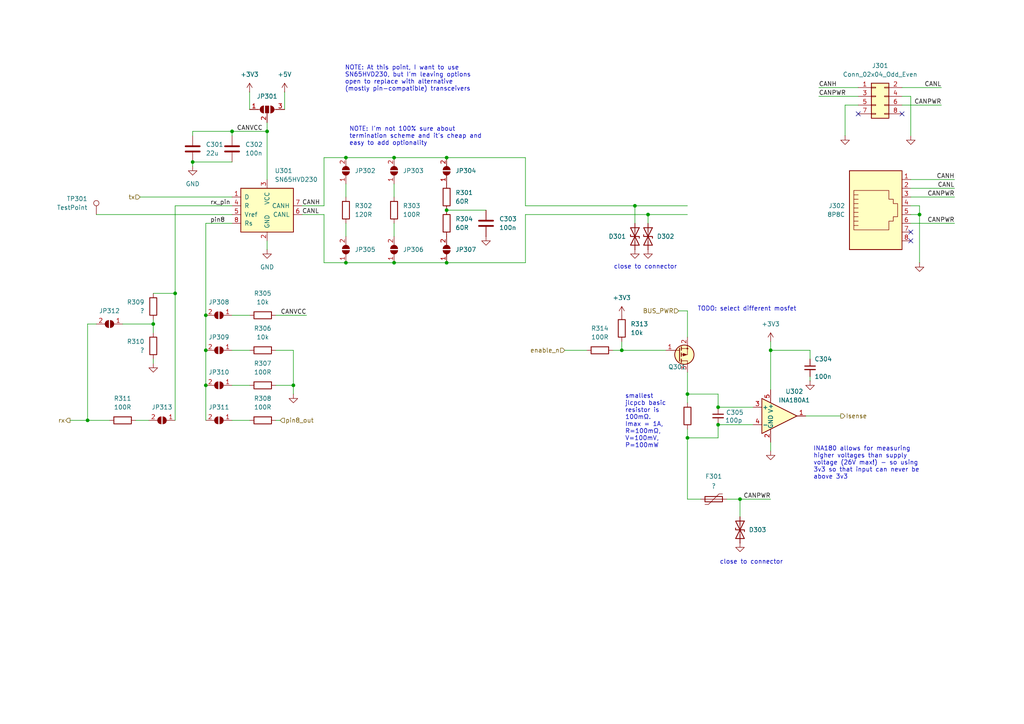
<source format=kicad_sch>
(kicad_sch (version 20231120) (generator "eeschema") (generator_version "8.0")
  (paper "A4")
  (lib_symbols
    (symbol "Amplifier_Current:INA180A1" (pin_names (offset 0.127))
      (property "Reference" "U" (at 3.81 3.81 0))
      (property "Value" "INA180A1" (at 3.81 -2.54 0))
      (symbol "INA180A1_0_1"
        (polyline (pts (xy 5.08 0) (xy -5.08 5.08) (xy -5.08 -5.08) (xy 5.08 0)) (stroke (width 0.254)) (fill (type background)))
      )
      (symbol "INA180A1_1_1"
        (pin output line (at 7.62 0 180) (length 2.54) (name "~") (number "1"))
        (pin power_in line (at -2.54 -7.62 90) (length 3.81) (name "GND") (number "2"))
        (pin input line (at -7.62 2.54 0) (length 2.54) (name "+") (number "3"))
        (pin input line (at -7.62 -2.54 0) (length 2.54) (name "-") (number "4"))
        (pin power_in line (at -2.54 7.62 270) (length 3.81) (name "V+") (number "5"))
      )
    )
    (symbol "Connector:8P8C" (pin_names (offset 1.016))
      (property "Reference" "J" (at -5.08 13.97 0))
      (property "Value" "8P8C" (at 2.54 13.97 0))
      (symbol "8P8C_0_1"
        (polyline (pts (xy -5.08 4.445) (xy -6.35 4.445)))
        (polyline (pts (xy -5.08 5.715) (xy -6.35 5.715)))
        (polyline (pts (xy -6.35 -3.175) (xy -5.08 -3.175) (xy -5.08 -3.175)))
        (polyline (pts (xy -6.35 -1.905) (xy -5.08 -1.905) (xy -5.08 -1.905)))
        (polyline (pts (xy -6.35 -0.635) (xy -5.08 -0.635) (xy -5.08 -0.635)))
        (polyline (pts (xy -6.35 0.635) (xy -5.08 0.635) (xy -5.08 0.635)))
        (polyline (pts (xy -6.35 1.905) (xy -5.08 1.905) (xy -5.08 1.905)))
        (polyline (pts (xy -5.08 3.175) (xy -6.35 3.175) (xy -6.35 3.175)))
        (polyline (pts (xy -6.35 -4.445) (xy -6.35 6.985) (xy 3.81 6.985) (xy 3.81 4.445) (xy 5.08 4.445) (xy 5.08 3.175) (xy 6.35 3.175) (xy 6.35 -0.635) (xy 5.08 -0.635) (xy 5.08 -1.905) (xy 3.81 -1.905) (xy 3.81 -4.445) (xy -6.35 -4.445) (xy -6.35 -4.445)))
        (rectangle (start 7.62 12.7) (end -7.62 -10.16) (stroke (width 0.254)) (fill (type background)))
      )
      (symbol "8P8C_1_1"
        (pin passive line (at 10.16 -7.62 180) (length 2.54) (name "~") (number "1"))
        (pin passive line (at 10.16 -5.08 180) (length 2.54) (name "~") (number "2"))
        (pin passive line (at 10.16 -2.54 180) (length 2.54) (name "~") (number "3"))
        (pin passive line (at 10.16 0 180) (length 2.54) (name "~") (number "4"))
        (pin passive line (at 10.16 2.54 180) (length 2.54) (name "~") (number "5"))
        (pin passive line (at 10.16 5.08 180) (length 2.54) (name "~") (number "6"))
        (pin passive line (at 10.16 7.62 180) (length 2.54) (name "~") (number "7"))
        (pin passive line (at 10.16 10.16 180) (length 2.54) (name "~") (number "8"))
      )
    )
    (symbol "Connector:TestPoint" (pin_numbers hide) (pin_names (offset 0.762) hide)
      (property "Reference" "TP" (at 0 6.858 0))
      (property "Value" "TestPoint" (at 0 5.08 0))
      (symbol "TestPoint_0_1"
        (circle (center 0 3.302) (radius 0.762))
      )
      (symbol "TestPoint_1_1"
        (pin passive line (at 0 0 90) (length 2.54) (name "1") (number "1"))
      )
    )
    (symbol "Connector_Generic:Conn_02x04_Odd_Even" (pin_names (offset 1.016) hide)
      (property "Reference" "J" (at 1.27 5.08 0))
      (property "Value" "Conn_02x04_Odd_Even" (at 1.27 -7.62 0))
      (symbol "Conn_02x04_Odd_Even_1_1"
        (rectangle (start -1.27 -4.953) (end 0 -5.207) (stroke (width 0.1524)))
        (rectangle (start -1.27 -2.413) (end 0 -2.667) (stroke (width 0.1524)))
        (rectangle (start -1.27 0.127) (end 0 -0.127) (stroke (width 0.1524)))
        (rectangle (start -1.27 2.667) (end 0 2.413) (stroke (width 0.1524)))
        (rectangle (start -1.27 3.81) (end 3.81 -6.35) (stroke (width 0.254)) (fill (type background)))
        (rectangle (start 3.81 -4.953) (end 2.54 -5.207) (stroke (width 0.1524)))
        (rectangle (start 3.81 -2.413) (end 2.54 -2.667) (stroke (width 0.1524)))
        (rectangle (start 3.81 0.127) (end 2.54 -0.127) (stroke (width 0.1524)))
        (rectangle (start 3.81 2.667) (end 2.54 2.413) (stroke (width 0.1524)))
        (pin passive line (at -5.08 2.54 0) (length 3.81) (name "Pin_1") (number "1"))
        (pin passive line (at 7.62 2.54 180) (length 3.81) (name "Pin_2") (number "2"))
        (pin passive line (at -5.08 0 0) (length 3.81) (name "Pin_3") (number "3"))
        (pin passive line (at 7.62 0 180) (length 3.81) (name "Pin_4") (number "4"))
        (pin passive line (at -5.08 -2.54 0) (length 3.81) (name "Pin_5") (number "5"))
        (pin passive line (at 7.62 -2.54 180) (length 3.81) (name "Pin_6") (number "6"))
        (pin passive line (at -5.08 -5.08 0) (length 3.81) (name "Pin_7") (number "7"))
        (pin passive line (at 7.62 -5.08 180) (length 3.81) (name "Pin_8") (number "8"))
      )
    )
    (symbol "Device:C" (pin_numbers hide) (pin_names (offset 0.254))
      (property "Reference" "C" (at 0.635 2.54 0))
      (property "Value" "C" (at 0.635 -2.54 0))
      (symbol "C_0_1"
        (polyline (pts (xy -2.032 -0.762) (xy 2.032 -0.762)) (stroke (width 0.508)))
        (polyline (pts (xy -2.032 0.762) (xy 2.032 0.762)) (stroke (width 0.508)))
      )
      (symbol "C_1_1"
        (pin passive line (at 0 3.81 270) (length 2.794) (name "~") (number "1"))
        (pin passive line (at 0 -3.81 90) (length 2.794) (name "~") (number "2"))
      )
    )
    (symbol "Device:C_Small" (pin_numbers hide) (pin_names (offset 0.254) hide)
      (property "Reference" "C" (at 0.254 1.778 0))
      (property "Value" "C_Small" (at 0.254 -2.032 0))
      (symbol "C_Small_0_1"
        (polyline (pts (xy -1.524 -0.508) (xy 1.524 -0.508)) (stroke (width 0.3302)))
        (polyline (pts (xy -1.524 0.508) (xy 1.524 0.508)) (stroke (width 0.3048)))
      )
      (symbol "C_Small_1_1"
        (pin passive line (at 0 2.54 270) (length 2.032) (name "~") (number "1"))
        (pin passive line (at 0 -2.54 90) (length 2.032) (name "~") (number "2"))
      )
    )
    (symbol "Device:D_TVS" (pin_numbers hide) (pin_names (offset 1.016) hide)
      (property "Reference" "D" (at 0 2.54 0))
      (property "Value" "D_TVS" (at 0 -2.54 0))
      (symbol "D_TVS_0_1"
        (polyline (pts (xy 1.27 0) (xy -1.27 0)))
        (polyline (pts (xy 0.508 1.27) (xy 0 1.27) (xy 0 -1.27) (xy -0.508 -1.27)) (stroke (width 0.254)))
        (polyline (pts (xy -2.54 1.27) (xy -2.54 -1.27) (xy 2.54 1.27) (xy 2.54 -1.27) (xy -2.54 1.27)) (stroke (width 0.254)))
      )
      (symbol "D_TVS_1_1"
        (pin passive line (at -3.81 0 0) (length 2.54) (name "A1") (number "1"))
        (pin passive line (at 3.81 0 180) (length 2.54) (name "A2") (number "2"))
      )
    )
    (symbol "Device:Polyfuse" (pin_numbers hide) (pin_names (offset 0))
      (property "Reference" "F" (at -2.54 0 90))
      (property "Value" "Polyfuse" (at 2.54 0 90))
      (symbol "Polyfuse_0_1"
        (rectangle (start -0.762 2.54) (end 0.762 -2.54) (stroke (width 0.254)))
        (polyline (pts (xy 0 2.54) (xy 0 -2.54)))
        (polyline (pts (xy -1.524 2.54) (xy -1.524 1.524) (xy 1.524 -1.524) (xy 1.524 -2.54)))
      )
      (symbol "Polyfuse_1_1"
        (pin passive line (at 0 3.81 270) (length 1.27) (name "~") (number "1"))
        (pin passive line (at 0 -3.81 90) (length 1.27) (name "~") (number "2"))
      )
    )
    (symbol "Device:R" (pin_numbers hide) (pin_names (offset 0))
      (property "Reference" "R" (at 2.032 0 90))
      (property "Value" "R" (at 0 0 90))
      (symbol "R_0_1"
        (rectangle (start -1.016 -2.54) (end 1.016 2.54) (stroke (width 0.254)))
      )
      (symbol "R_1_1"
        (pin passive line (at 0 3.81 270) (length 1.27) (name "~") (number "1"))
        (pin passive line (at 0 -3.81 90) (length 1.27) (name "~") (number "2"))
      )
    )
    (symbol "Interface_CAN_LIN:SN65HVD230" (pin_names (offset 1.016))
      (property "Reference" "U" (at -2.54 10.16 0))
      (property "Value" "SN65HVD230" (at -2.54 7.62 0))
      (symbol "SN65HVD230_0_1"
        (rectangle (start -7.62 5.08) (end 7.62 -7.62) (stroke (width 0.254)) (fill (type background)))
      )
      (symbol "SN65HVD230_1_1"
        (pin input line (at -10.16 2.54 0) (length 2.54) (name "D") (number "1"))
        (pin power_in line (at 0 -10.16 90) (length 2.54) (name "GND") (number "2"))
        (pin power_in line (at 0 7.62 270) (length 2.54) (name "VCC") (number "3"))
        (pin output line (at -10.16 0 0) (length 2.54) (name "R") (number "4"))
        (pin output line (at -10.16 -2.54 0) (length 2.54) (name "Vref") (number "5"))
        (pin bidirectional line (at 10.16 -2.54 180) (length 2.54) (name "CANL") (number "6"))
        (pin bidirectional line (at 10.16 0 180) (length 2.54) (name "CANH") (number "7"))
        (pin input line (at -10.16 -5.08 0) (length 2.54) (name "Rs") (number "8"))
      )
    )
    (symbol "Jumper:SolderJumper_2_Open" (pin_names (offset 0) hide)
      (property "Reference" "JP" (at 0 2.032 0))
      (property "Value" "SolderJumper_2_Open" (at 0 -2.54 0))
      (symbol "SolderJumper_2_Open_0_1"
        (arc (start -0.254 1.016) (mid -1.2656 0) (end -0.254 -1.016))
        (arc (start -0.254 1.016) (mid -1.2656 0) (end -0.254 -1.016) (fill (type outline)))
        (polyline (pts (xy -0.254 1.016) (xy -0.254 -1.016)))
        (polyline (pts (xy 0.254 1.016) (xy 0.254 -1.016)))
        (arc (start 0.254 -1.016) (mid 1.2656 0) (end 0.254 1.016))
        (arc (start 0.254 -1.016) (mid 1.2656 0) (end 0.254 1.016) (fill (type outline)))
      )
      (symbol "SolderJumper_2_Open_1_1"
        (pin passive line (at -3.81 0 0) (length 2.54) (name "A") (number "1"))
        (pin passive line (at 3.81 0 180) (length 2.54) (name "B") (number "2"))
      )
    )
    (symbol "Jumper:SolderJumper_3_Open" (pin_names (offset 0) hide)
      (property "Reference" "JP" (at -2.54 -2.54 0))
      (property "Value" "SolderJumper_3_Open" (at 0 2.794 0))
      (symbol "SolderJumper_3_Open_0_1"
        (arc (start -1.016 1.016) (mid -2.0276 0) (end -1.016 -1.016))
        (arc (start -1.016 1.016) (mid -2.0276 0) (end -1.016 -1.016) (fill (type outline)))
        (rectangle (start -0.508 1.016) (end 0.508 -1.016) (fill (type outline)))
        (polyline (pts (xy -2.54 0) (xy -2.032 0)))
        (polyline (pts (xy -1.016 1.016) (xy -1.016 -1.016)))
        (polyline (pts (xy 0 -1.27) (xy 0 -1.016)))
        (polyline (pts (xy 1.016 1.016) (xy 1.016 -1.016)))
        (polyline (pts (xy 2.54 0) (xy 2.032 0)))
        (arc (start 1.016 -1.016) (mid 2.0276 0) (end 1.016 1.016))
        (arc (start 1.016 -1.016) (mid 2.0276 0) (end 1.016 1.016) (fill (type outline)))
      )
      (symbol "SolderJumper_3_Open_1_1"
        (pin passive line (at -5.08 0 0) (length 2.54) (name "A") (number "1"))
        (pin passive line (at 0 -3.81 90) (length 2.54) (name "C") (number "2"))
        (pin passive line (at 5.08 0 180) (length 2.54) (name "B") (number "3"))
      )
    )
    (symbol "PCM_Transistor_MOSFET_AKL:Q_PMOS-E_Generic_GSD" (pin_names hide)
      (property "Reference" "Q" (at 5.08 1.27 0))
      (property "Value" "Q_PMOS-E_Generic_GSD" (at 5.08 -1.27 0))
      (symbol "Q_PMOS-E_Generic_GSD_0_1"
        (polyline (pts (xy 0.254 -1.905) (xy 0.254 1.905)) (stroke (width 0.254)))
        (polyline (pts (xy 0.254 1.27) (xy -2.54 1.27)))
        (polyline (pts (xy 0.762 -2.286) (xy 0.762 -1.27)) (stroke (width 0.254)))
        (polyline (pts (xy 0.762 -1.778) (xy 2.54 -1.778)))
        (polyline (pts (xy 0.762 -0.508) (xy 0.762 0.508)) (stroke (width 0.254)))
        (polyline (pts (xy 0.762 1.27) (xy 0.762 2.286)) (stroke (width 0.254)))
        (polyline (pts (xy 0.762 1.778) (xy 2.54 1.778)))
        (polyline (pts (xy 2.54 -2.54) (xy 2.54 -1.778)))
        (polyline (pts (xy 2.54 2.54) (xy 2.54 0) (xy 0.762 0)))
        (polyline (pts (xy 2.286 0) (xy 1.27 -0.381) (xy 1.27 0.381) (xy 2.286 0)) (fill (type outline)))
      )
      (symbol "Q_PMOS-E_Generic_GSD_1_1"
        (circle (center 1.651 0) (radius 2.794) (stroke (width 0.254)) (fill (type background)))
        (circle (center 2.54 1.778) (radius 0.1778) (fill (type outline)))
        (pin input line (at -3.81 1.27 0) (length 2.54) (name "G") (number "1"))
        (pin passive line (at 2.54 5.08 270) (length 2.54) (name "S") (number "2"))
        (pin passive line (at 2.54 -5.08 90) (length 2.54) (name "D") (number "3"))
      )
    )
    (symbol "power:+3V3" (power) (pin_numbers hide) (pin_names (offset 0) hide)
      (property "Value" "+3V3" (at 0 3.556 0))
      (symbol "+3V3_0_1"
        (polyline (pts (xy -0.762 1.27) (xy 0 2.54)))
        (polyline (pts (xy 0 0) (xy 0 2.54)))
        (polyline (pts (xy 0 2.54) (xy 0.762 1.27)))
      )
      (symbol "+3V3_1_1"
        (pin power_in line (at 0 0 90) (length 0) (name "~") (number "1"))
      )
    )
    (symbol "power:+5V" (power) (pin_numbers hide) (pin_names (offset 0) hide)
      (property "Value" "+5V" (at 0 3.556 0))
      (symbol "+5V_0_1"
        (polyline (pts (xy -0.762 1.27) (xy 0 2.54)))
        (polyline (pts (xy 0 0) (xy 0 2.54)))
        (polyline (pts (xy 0 2.54) (xy 0.762 1.27)))
      )
      (symbol "+5V_1_1"
        (pin power_in line (at 0 0 90) (length 0) (name "~") (number "1"))
      )
    )
    (symbol "power:GND" (power) (pin_numbers hide) (pin_names (offset 0) hide)
      (property "Value" "GND" (at 0 -3.81 0))
      (symbol "GND_0_1"
        (polyline (pts (xy 0 0) (xy 0 -1.27) (xy 1.27 -1.27) (xy 0 -2.54) (xy -1.27 -1.27) (xy 0 -1.27)))
      )
      (symbol "GND_1_1"
        (pin power_in line (at 0 0 270) (length 0) (name "~") (number "1"))
      )
    )
  )
  (junction (at 59.69 91.44))
  (junction (at 59.69 111.76))
  (junction (at 214.63 144.78))
  (junction (at 129.54 45.72))
  (junction (at 85.09 111.76))
  (junction (at 208.28 123.19))
  (junction (at 59.69 101.6))
  (junction (at 184.15 59.69))
  (junction (at 199.39 127))
  (junction (at 77.47 38.1))
  (junction (at 114.3 76.2))
  (junction (at 50.8 85.09))
  (junction (at 208.28 118.11))
  (junction (at 180.34 101.6))
  (junction (at 266.7 62.23))
  (junction (at 67.31 38.1))
  (junction (at 114.3 45.72))
  (junction (at 223.52 101.6))
  (junction (at 55.88 46.99))
  (junction (at 25.4 121.92))
  (junction (at 199.39 114.3))
  (junction (at 44.45 93.98))
  (junction (at 129.54 76.2))
  (junction (at 187.96 62.23))
  (junction (at 100.33 76.2))
  (junction (at 129.54 60.96))
  (junction (at 100.33 45.72))
  (no_connect (at 264.16 67.31))
  (no_connect (at 261.62 33.02))
  (no_connect (at 264.16 69.85))
  (no_connect (at 248.92 33.02))
  (wire (pts (xy 152.4 59.69) (xy 184.15 59.69)))
  (wire (pts (xy 223.52 99.06) (xy 223.52 101.6)))
  (wire (pts (xy 163.83 101.6) (xy 170.18 101.6)))
  (wire (pts (xy 180.34 101.6) (xy 193.04 101.6)))
  (wire (pts (xy 40.64 57.15) (xy 67.31 57.15)))
  (wire (pts (xy 77.47 35.56) (xy 77.47 38.1)))
  (wire (pts (xy 223.52 130.81) (xy 223.52 128.27)))
  (wire (pts (xy 208.28 127) (xy 208.28 123.19)))
  (wire (pts (xy 273.05 30.48) (xy 261.62 30.48)))
  (wire (pts (xy 67.31 111.76) (xy 72.39 111.76)))
  (wire (pts (xy 100.33 45.72) (xy 114.3 45.72)))
  (wire (pts (xy 234.95 101.6) (xy 223.52 101.6)))
  (wire (pts (xy 237.49 25.4) (xy 248.92 25.4)))
  (wire (pts (xy 214.63 149.86) (xy 214.63 144.78)))
  (wire (pts (xy 152.4 45.72) (xy 152.4 59.69)))
  (wire (pts (xy 199.39 90.17) (xy 199.39 97.79)))
  (wire (pts (xy 234.95 104.14) (xy 234.95 101.6)))
  (wire (pts (xy 39.37 121.92) (xy 43.18 121.92)))
  (wire (pts (xy 129.54 60.96) (xy 140.97 60.96)))
  (wire (pts (xy 27.94 93.98) (xy 25.4 93.98)))
  (wire (pts (xy 67.31 64.77) (xy 59.69 64.77)))
  (wire (pts (xy 44.45 93.98) (xy 35.56 93.98)))
  (wire (pts (xy 25.4 121.92) (xy 31.75 121.92)))
  (wire (pts (xy 25.4 93.98) (xy 25.4 121.92)))
  (wire (pts (xy 264.16 59.69) (xy 266.7 59.69)))
  (wire (pts (xy 114.3 64.77) (xy 114.3 68.58)))
  (wire (pts (xy 59.69 101.6) (xy 59.69 111.76)))
  (wire (pts (xy 266.7 62.23) (xy 266.7 76.2)))
  (wire (pts (xy 203.2 144.78) (xy 199.39 144.78)))
  (wire (pts (xy 223.52 144.78) (xy 214.63 144.78)))
  (wire (pts (xy 114.3 53.34) (xy 114.3 57.15)))
  (wire (pts (xy 264.16 62.23) (xy 266.7 62.23)))
  (wire (pts (xy 59.69 64.77) (xy 59.69 91.44)))
  (wire (pts (xy 80.01 91.44) (xy 88.9 91.44)))
  (wire (pts (xy 100.33 64.77) (xy 100.33 68.58)))
  (wire (pts (xy 85.09 101.6) (xy 85.09 111.76)))
  (wire (pts (xy 44.45 85.09) (xy 50.8 85.09)))
  (wire (pts (xy 44.45 93.98) (xy 44.45 96.52)))
  (wire (pts (xy 114.3 45.72) (xy 129.54 45.72)))
  (wire (pts (xy 199.39 127) (xy 199.39 144.78)))
  (wire (pts (xy 218.44 118.11) (xy 208.28 118.11)))
  (wire (pts (xy 264.16 57.15) (xy 276.86 57.15)))
  (wire (pts (xy 93.98 76.2) (xy 93.98 62.23)))
  (wire (pts (xy 93.98 59.69) (xy 93.98 45.72)))
  (wire (pts (xy 196.85 90.17) (xy 199.39 90.17)))
  (wire (pts (xy 129.54 45.72) (xy 152.4 45.72)))
  (wire (pts (xy 261.62 27.94) (xy 264.16 27.94)))
  (wire (pts (xy 208.28 123.19) (xy 218.44 123.19)))
  (wire (pts (xy 199.39 114.3) (xy 208.28 114.3)))
  (wire (pts (xy 264.16 27.94) (xy 264.16 39.37)))
  (wire (pts (xy 266.7 59.69) (xy 266.7 62.23)))
  (wire (pts (xy 67.31 38.1) (xy 77.47 38.1)))
  (wire (pts (xy 20.32 121.92) (xy 25.4 121.92)))
  (wire (pts (xy 199.39 114.3) (xy 199.39 116.84)))
  (wire (pts (xy 67.31 101.6) (xy 72.39 101.6)))
  (wire (pts (xy 184.15 59.69) (xy 184.15 64.77)))
  (wire (pts (xy 55.88 38.1) (xy 67.31 38.1)))
  (wire (pts (xy 72.39 26.67) (xy 72.39 31.75)))
  (wire (pts (xy 245.11 30.48) (xy 245.11 39.37)))
  (wire (pts (xy 187.96 62.23) (xy 199.39 62.23)))
  (wire (pts (xy 44.45 105.41) (xy 44.45 104.14)))
  (wire (pts (xy 100.33 53.34) (xy 100.33 57.15)))
  (wire (pts (xy 85.09 114.3) (xy 85.09 111.76)))
  (wire (pts (xy 180.34 99.06) (xy 180.34 101.6)))
  (wire (pts (xy 80.01 101.6) (xy 85.09 101.6)))
  (wire (pts (xy 129.54 76.2) (xy 152.4 76.2)))
  (wire (pts (xy 237.49 27.94) (xy 248.92 27.94)))
  (wire (pts (xy 177.8 101.6) (xy 180.34 101.6)))
  (wire (pts (xy 276.86 54.61) (xy 264.16 54.61)))
  (wire (pts (xy 44.45 92.71) (xy 44.45 93.98)))
  (wire (pts (xy 72.39 121.92) (xy 67.31 121.92)))
  (wire (pts (xy 100.33 76.2) (xy 114.3 76.2)))
  (wire (pts (xy 184.15 59.69) (xy 199.39 59.69)))
  (wire (pts (xy 273.05 25.4) (xy 261.62 25.4)))
  (wire (pts (xy 152.4 62.23) (xy 187.96 62.23)))
  (wire (pts (xy 77.47 38.1) (xy 77.47 52.07)))
  (wire (pts (xy 85.09 111.76) (xy 80.01 111.76)))
  (wire (pts (xy 55.88 46.99) (xy 67.31 46.99)))
  (wire (pts (xy 223.52 113.03) (xy 223.52 101.6)))
  (wire (pts (xy 214.63 144.78) (xy 210.82 144.78)))
  (wire (pts (xy 93.98 62.23) (xy 87.63 62.23)))
  (wire (pts (xy 87.63 59.69) (xy 93.98 59.69)))
  (wire (pts (xy 77.47 72.39) (xy 77.47 69.85)))
  (wire (pts (xy 114.3 76.2) (xy 129.54 76.2)))
  (wire (pts (xy 27.94 62.23) (xy 67.31 62.23)))
  (wire (pts (xy 199.39 107.95) (xy 199.39 114.3)))
  (wire (pts (xy 233.68 120.65) (xy 243.84 120.65)))
  (wire (pts (xy 59.69 111.76) (xy 59.69 121.92)))
  (wire (pts (xy 67.31 59.69) (xy 50.8 59.69)))
  (wire (pts (xy 50.8 59.69) (xy 50.8 85.09)))
  (wire (pts (xy 234.95 110.49) (xy 234.95 109.22)))
  (wire (pts (xy 208.28 118.11) (xy 208.28 114.3)))
  (wire (pts (xy 152.4 76.2) (xy 152.4 62.23)))
  (wire (pts (xy 187.96 62.23) (xy 187.96 64.77)))
  (wire (pts (xy 59.69 91.44) (xy 59.69 101.6)))
  (wire (pts (xy 80.01 121.92) (xy 81.28 121.92)))
  (wire (pts (xy 199.39 124.46) (xy 199.39 127)))
  (wire (pts (xy 67.31 91.44) (xy 72.39 91.44)))
  (wire (pts (xy 50.8 85.09) (xy 50.8 121.92)))
  (wire (pts (xy 199.39 127) (xy 208.28 127)))
  (wire (pts (xy 55.88 48.26) (xy 55.88 46.99)))
  (wire (pts (xy 264.16 52.07) (xy 276.86 52.07)))
  (wire (pts (xy 55.88 39.37) (xy 55.88 38.1)))
  (wire (pts (xy 82.55 26.67) (xy 82.55 31.75)))
  (wire (pts (xy 100.33 76.2) (xy 93.98 76.2)))
  (wire (pts (xy 276.86 64.77) (xy 264.16 64.77)))
  (wire (pts (xy 93.98 45.72) (xy 100.33 45.72)))
  (wire (pts (xy 248.92 30.48) (xy 245.11 30.48)))
  (wire (pts (xy 67.31 39.37) (xy 67.31 38.1)))
  (text_box "NOTE: I'm not 100% sure about termination scheme and it's cheap and easy to add optionality" (at 100.33 35.56 0) (size 40.64 7.62) (stroke (width -0.0001)) (effects (font (size 1.27 1.27)) (justify left top)))
  (text_box "INA180 allows for measuring higher voltages than supply voltage (26V max!) - so using 3v3 so that input can never be above 3v3" (at 234.95 128.27 0) (size 35.56 19.05) (stroke (width -0.0001)) (effects (font (size 1.27 1.27)) (justify left top)))
  (text_box "smallest jlcpcb basic resistor is 100mΩ.\nImax = 1A, R=100mΩ, V=100mV, P=100mW" (at 180.34 113.03 0) (size 13.97 17.78) (stroke (width -0.0001)) (effects (font (size 1.27 1.27)) (justify left top)))
  (text_box "NOTE: At this point, I want to use SN65HVD230, but I'm leaving options open to replace with alternative (mostly pin-compatible) transceivers" (at 99.06 17.78 0) (size 40.64 7.62) (stroke (width -0.0001)) (effects (font (size 1.27 1.27)) (justify left top)))
  (text "close to connector" (at 217.932 163.068 0) (effects (font (size 1.27 1.27))))
  (text "close to connector" (at 187.198 77.47 0) (effects (font (size 1.27 1.27))))
  (text "TODO: select different mosfet" (at 216.662 89.662 0) (effects (font (size 1.27 1.27))))
  (label "pin8" (at 60.96 64.77 0))
  (label "CANPWR" (at 237.49 27.94 0))
  (label "CANVCC" (at 88.9 91.44 180))
  (label "CANPWR" (at 276.86 57.15 180))
  (label "CANL" (at 87.63 62.23 0))
  (label "CANL" (at 276.86 54.61 180))
  (label "CANH" (at 276.86 52.07 180))
  (label "CANL" (at 273.05 25.4 180))
  (label "CANH" (at 237.49 25.4 0))
  (label "rx_pin" (at 60.96 59.69 0))
  (label "CANVCC" (at 76.2 38.1 180))
  (label "CANPWR" (at 223.52 144.78 180))
  (label "CANH" (at 87.63 59.69 0))
  (label "CANPWR" (at 276.86 64.77 180))
  (label "CANPWR" (at 273.05 30.48 180))
  (hierarchical_label "Isense" (shape output) (at 243.84 120.65 0))
  (hierarchical_label "tx" (shape input) (at 40.64 57.15 180))
  (hierarchical_label "enable_n" (shape input) (at 163.83 101.6 180))
  (hierarchical_label "pin8_out" (shape input) (at 81.28 121.92 0))
  (hierarchical_label "BUS_PWR" (shape input) (at 196.85 90.17 180))
  (hierarchical_label "rx" (shape output) (at 20.32 121.92 180))
  (symbol (lib_id "Jumper:SolderJumper_2_Open") (at 63.5 121.92 180) (unit 1)
    (property "Reference" "JP311" (at 63.5 118.11 0))
    (property "Value" "SolderJumper_2_Open" (effects (hide yes)))
    (property "Footprint" "can:SolderJumper-2_Open_RoundedPad_Smol" (effects (hide yes)))
    (property "Description" "Solder Jumper, 2-pole, open" (effects (hide yes)))
    (instances (project "BaseStation" (path "" (reference "JP311") (unit 1)) (path "" (reference "JP411") (unit 1))))
  )
  (symbol (lib_id "Jumper:SolderJumper_3_Open") (at 77.47 31.75 0) (unit 1)
    (property "Reference" "JP301" (at 77.47 27.94 0))
    (property "Value" "SolderJumper_3_Open" (effects (hide yes)))
    (property "Footprint" "can:SolderJumper-3_Open_RoundedPad_Smol" (effects (hide yes)))
    (property "Description" "Solder Jumper, 3-pole, open" (effects (hide yes)))
    (instances (project "BaseStation" (path "" (reference "JP301") (unit 1)) (path "" (reference "JP401") (unit 1))))
  )
  (symbol (lib_id "power:GND") (at 55.88 48.26 0) (unit 1)
    (property "Reference" "#PWR0303" (effects (hide yes)))
    (property "Value" "GND" (at 55.88 53.34 0))
    (property "Description" "Power symbol creates a global label with name \"GND\" , ground" (effects (hide yes)))
    (instances (project "BaseStation" (path "" (reference "#PWR0303") (unit 1)) (path "" (reference "#PWR0403") (unit 1))))
  )
  (symbol (lib_id "Interface_CAN_LIN:SN65HVD230") (at 77.47 59.69 0) (unit 1)
    (property "Reference" "U301" (at 79.6641 49.53 0) (effects (justify left)))
    (property "Value" "SN65HVD230" (at 79.6641 52.07 0) (effects (justify left)))
    (property "Footprint" "Package_SO:SOIC-8_3.9x4.9mm_P1.27mm" (effects (hide yes)))
    (property "Datasheet" "http://www.ti.com/lit/ds/symlink/sn65hvd230.pdf" (effects (hide yes)))
    (property "Description" "CAN Bus Transceivers, 3.3V, 1Mbps, Low-Power capabilities, SOIC-8" (effects (hide yes)))
    (property "LCSC" "C12084" (effects (hide yes)))
    (instances (project "BaseStation" (path "" (reference "U301") (unit 1)) (path "" (reference "U401") (unit 1))))
  )
  (symbol (lib_id "power:GND") (at 44.45 105.41 0) (unit 1)
    (property "Reference" "#PWR0312" (effects (hide yes)))
    (property "Value" "GND" (effects (hide yes)))
    (property "Description" "Power symbol creates a global label with name \"GND\" , ground" (effects (hide yes)))
    (instances (project "BaseStation" (path "" (reference "#PWR0312") (unit 1)) (path "" (reference "#PWR0412") (unit 1))))
  )
  (symbol (lib_id "power:GND") (at 85.09 114.3 0) (unit 1)
    (property "Reference" "#PWR0311" (effects (hide yes)))
    (property "Value" "GND" (effects (hide yes)))
    (property "Description" "Power symbol creates a global label with name \"GND\" , ground" (effects (hide yes)))
    (instances (project "BaseStation" (path "" (reference "#PWR0311") (unit 1)) (path "" (reference "#PWR0411") (unit 1))))
  )
  (symbol (lib_id "power:GND") (at 214.63 157.48 0) (unit 1)
    (property "Reference" "#PWR0316" (effects (hide yes)))
    (property "Value" "GND" (effects (hide yes)))
    (property "Description" "Power symbol creates a global label with name \"GND\" , ground" (effects (hide yes)))
    (instances (project "BaseStation" (path "" (reference "#PWR0316") (unit 1)) (path "" (reference "#PWR0416") (unit 1))))
  )
  (symbol (lib_id "PCM_Transistor_MOSFET_AKL:Q_PMOS-E_Generic_GSD") (at 196.85 102.87 0) (unit 1)
    (property "Reference" "Q301" (at 193.802 106.426 0) (effects (justify left)))
    (property "Value" "HL2301A" (effects (hide yes)))
    (property "Footprint" "Package_TO_SOT_SMD:SOT-23" (effects (hide yes)))
    (property "Datasheet" "https://datasheet.lcsc.com/lcsc/2308281515_hongjiacheng-HL2301A_C7420344.pdf" (effects (hide yes)))
    (property "Description" "P-MOSFET enchancement mode transistor, generic symbol, Alternate KiCAD Library" (effects (hide yes)))
    (property "LCSC" "C7420344" (effects (hide yes)))
    (instances (project "BaseStation" (path "" (reference "Q301") (unit 1)) (path "" (reference "Q401") (unit 1))))
  )
  (symbol (lib_id "Jumper:SolderJumper_2_Open") (at 31.75 93.98 180) (unit 1)
    (property "Reference" "JP312" (at 31.75 90.17 0))
    (property "Value" "SolderJumper_2_Open" (effects (hide yes)))
    (property "Footprint" "can:SolderJumper-2_Open_RoundedPad_Smol" (effects (hide yes)))
    (property "Description" "Solder Jumper, 2-pole, open" (effects (hide yes)))
    (instances (project "BaseStation" (path "" (reference "JP312") (unit 1)) (path "" (reference "JP412") (unit 1))))
  )
  (symbol (lib_id "power:+5V") (at 82.55 26.67 0) (unit 1)
    (property "Reference" "#PWR0307" (effects (hide yes)))
    (property "Value" "+5V" (at 82.55 21.59 0))
    (property "Description" "Power symbol creates a global label with name \"+5V\"" (effects (hide yes)))
    (instances (project "BaseStation" (path "" (reference "#PWR0307") (unit 1)) (path "" (reference "#PWR0407") (unit 1))))
  )
  (symbol (lib_id "Device:R") (at 199.39 120.65 0) (mirror y) (unit 1)
    (property "Reference" "R312" (effects (hide yes)))
    (property "Value" "100mΩ" (effects (hide yes)))
    (property "Footprint" "Resistor_SMD:R_1206_3216Metric" (effects (hide yes)))
    (property "Description" "Resistor" (effects (hide yes)))
    (property "LCSC" "C25334" (effects (hide yes)))
    (instances (project "BaseStation" (path "" (reference "R312") (unit 1)) (path "" (reference "R412") (unit 1))))
  )
  (symbol (lib_id "Jumper:SolderJumper_2_Open") (at 100.33 72.39 90) (unit 1)
    (property "Reference" "JP305" (at 102.87 72.3899 90) (effects (justify right)))
    (property "Value" "SolderJumper_2_Open" (effects (hide yes)))
    (property "Footprint" "can:SolderJumper-2_Open_RoundedPad_Smol" (effects (hide yes)))
    (property "Description" "Solder Jumper, 2-pole, open" (effects (hide yes)))
    (instances (project "BaseStation" (path "" (reference "JP305") (unit 1)) (path "" (reference "JP405") (unit 1))))
  )
  (symbol (lib_id "power:GND") (at 266.7 76.2 0) (unit 1)
    (property "Reference" "#PWR0310" (effects (hide yes)))
    (property "Value" "GND" (effects (hide yes)))
    (property "Description" "Power symbol creates a global label with name \"GND\" , ground" (effects (hide yes)))
    (instances (project "BaseStation" (path "" (reference "#PWR0310") (unit 1)) (path "" (reference "#PWR0410") (unit 1))))
  )
  (symbol (lib_id "Device:D_TVS") (at 184.15 68.58 270) (unit 1)
    (property "Reference" "D301" (at 181.61 68.5799 90) (effects (justify right)))
    (property "Value" "H5VL10B" (effects (hide yes)))
    (property "Footprint" "can:DFN1006_TVS" (effects (hide yes)))
    (property "Description" "Bidirectional transient-voltage-suppression diode" (effects (hide yes)))
    (property "LCSC" "C7420372" (effects (hide yes)))
    (instances (project "BaseStation" (path "" (reference "D301") (unit 1)) (path "" (reference "D401") (unit 1))))
  )
  (symbol (lib_id "Connector_Generic:Conn_02x04_Odd_Even") (at 254 27.94 0) (unit 1)
    (property "Reference" "J301" (at 255.27 19.05 0))
    (property "Value" "Conn_02x04_Odd_Even" (at 255.27 21.59 0))
    (property "Footprint" "Connector_IDC:IDC-Header_2x04_P2.54mm_Vertical" (effects (hide yes)))
    (property "Description" "Generic connector, double row, 02x04, odd/even pin numbering scheme (row 1 odd numbers, row 2 even numbers), script generated (kicad-library-utils/schlib/autogen/connector/)" (effects (hide yes)))
    (instances (project "BaseStation" (path "" (reference "J301") (unit 1)) (path "" (reference "J401") (unit 1))))
  )
  (symbol (lib_id "Jumper:SolderJumper_2_Open") (at 100.33 49.53 90) (unit 1)
    (property "Reference" "JP302" (at 102.87 49.5299 90) (effects (justify right)))
    (property "Value" "SolderJumper_2_Open" (effects (hide yes)))
    (property "Footprint" "can:SolderJumper-2_Open_RoundedPad_Smol" (effects (hide yes)))
    (property "Description" "Solder Jumper, 2-pole, open" (effects (hide yes)))
    (instances (project "BaseStation" (path "" (reference "JP302") (unit 1)) (path "" (reference "JP402") (unit 1))))
  )
  (symbol (lib_id "Device:R") (at 76.2 111.76 90) (unit 1)
    (property "Reference" "R307" (at 76.2 105.41 90))
    (property "Value" "100R" (at 76.2 107.95 90))
    (property "Footprint" "Resistor_SMD:R_0603_1608Metric" (effects (hide yes)))
    (property "Description" "Resistor" (effects (hide yes)))
    (property "LCSC" "C22775" (effects (hide yes)))
    (instances (project "BaseStation" (path "" (reference "R307") (unit 1)) (path "" (reference "R407") (unit 1))))
  )
  (symbol (lib_id "Device:R") (at 100.33 60.96 0) (unit 1)
    (property "Reference" "R302" (at 102.87 59.6899 0) (effects (justify left)))
    (property "Value" "120R" (at 102.87 62.2299 0) (effects (justify left)))
    (property "Footprint" "Resistor_SMD:R_0603_1608Metric" (effects (hide yes)))
    (property "Description" "Resistor" (effects (hide yes)))
    (instances (project "BaseStation" (path "" (reference "R302") (unit 1)) (path "" (reference "R402") (unit 1))))
  )
  (symbol (lib_id "Device:C_Small") (at 208.28 120.65 0) (unit 1)
    (property "Reference" "C305" (at 210.566 119.634 0) (effects (justify left)))
    (property "Value" "100p" (at 210.312 121.92 0) (effects (justify left)))
    (property "Footprint" "Capacitor_SMD:C_0402_1005Metric" (effects (hide yes)))
    (property "LCSC" "C1546" (effects (hide yes)))
    (instances (project "BaseStation" (path "" (reference "C305") (unit 1)) (path "" (reference "C405") (unit 1))))
  )
  (symbol (lib_id "power:+3V3") (at 180.34 91.44 0) (unit 1)
    (property "Reference" "#PWR0317" (effects (hide yes)))
    (property "Value" "+3V3" (at 180.34 86.36 0))
    (property "Description" "Power symbol creates a global label with name \"+3V3\"" (effects (hide yes)))
    (instances (project "BaseStation" (path "" (reference "#PWR0317") (unit 1)) (path "" (reference "#PWR0417") (unit 1))))
  )
  (symbol (lib_id "power:GND") (at 77.47 72.39 0) (unit 1)
    (property "Reference" "#PWR0302" (effects (hide yes)))
    (property "Value" "GND" (at 77.47 77.47 0))
    (property "Description" "Power symbol creates a global label with name \"GND\" , ground" (effects (hide yes)))
    (instances (project "BaseStation" (path "" (reference "#PWR0302") (unit 1)) (path "" (reference "#PWR0402") (unit 1))))
  )
  (symbol (lib_id "power:+3V3") (at 223.52 99.06 0) (unit 1)
    (property "Reference" "#PWR0315" (effects (hide yes)))
    (property "Value" "+3V3" (at 223.52 93.98 0))
    (property "Description" "Power symbol creates a global label with name \"+3V3\"" (effects (hide yes)))
    (instances (project "BaseStation" (path "" (reference "#PWR0315") (unit 1)) (path "" (reference "#PWR0415") (unit 1))))
  )
  (symbol (lib_id "power:GND") (at 140.97 68.58 0) (unit 1)
    (property "Reference" "#PWR0304" (effects (hide yes)))
    (property "Value" "GND" (effects (hide yes)))
    (property "Description" "Power symbol creates a global label with name \"GND\" , ground" (effects (hide yes)))
    (instances (project "BaseStation" (path "" (reference "#PWR0304") (unit 1)) (path "" (reference "#PWR0404") (unit 1))))
  )
  (symbol (lib_id "Jumper:SolderJumper_2_Open") (at 46.99 121.92 180) (unit 1)
    (property "Reference" "JP313" (at 46.99 118.11 0))
    (property "Value" "SolderJumper_2_Open" (effects (hide yes)))
    (property "Footprint" "can:SolderJumper-2_Open_RoundedPad_Smol" (effects (hide yes)))
    (property "Description" "Solder Jumper, 2-pole, open" (effects (hide yes)))
    (instances (project "BaseStation" (path "" (reference "JP313") (unit 1)) (path "" (reference "JP413") (unit 1))))
  )
  (symbol (lib_id "Device:C") (at 55.88 43.18 0) (unit 1)
    (property "Reference" "C301" (at 59.69 41.9099 0) (effects (justify left)))
    (property "Value" "22u" (at 59.69 44.4499 0) (effects (justify left)))
    (property "Footprint" "Capacitor_SMD:C_0805_2012Metric" (effects (hide yes)))
    (property "Description" "Unpolarized capacitor" (effects (hide yes)))
    (property "LCSC" "C45783" (effects (hide yes)))
    (instances (project "BaseStation" (path "" (reference "C301") (unit 1)) (path "" (reference "C401") (unit 1))))
  )
  (symbol (lib_id "Device:D_TVS") (at 214.63 153.67 270) (unit 1)
    (property "Reference" "D303" (at 217.17 153.6699 90) (effects (justify left)))
    (property "Value" "H5VL10B" (effects (hide yes)))
    (property "Footprint" "can:DFN1006_TVS" (effects (hide yes)))
    (property "Description" "Bidirectional transient-voltage-suppression diode" (effects (hide yes)))
    (property "LCSC" "C7420372" (effects (hide yes)))
    (instances (project "BaseStation" (path "" (reference "D303") (unit 1)) (path "" (reference "D403") (unit 1))))
  )
  (symbol (lib_id "power:GND") (at 223.52 130.81 0) (unit 1)
    (property "Reference" "#PWR0314" (effects (hide yes)))
    (property "Value" "GND" (effects (hide yes)))
    (property "Description" "Power symbol creates a global label with name \"GND\" , ground" (effects (hide yes)))
    (instances (project "BaseStation" (path "" (reference "#PWR0314") (unit 1)) (path "" (reference "#PWR0414") (unit 1))))
  )
  (symbol (lib_id "Device:C") (at 67.31 43.18 0) (unit 1)
    (property "Reference" "C302" (at 71.12 41.9099 0) (effects (justify left)))
    (property "Value" "100n" (at 71.12 44.4499 0) (effects (justify left)))
    (property "Footprint" "Capacitor_SMD:C_0402_1005Metric" (effects (hide yes)))
    (property "Description" "Unpolarized capacitor" (effects (hide yes)))
    (property "LCSC" "C1525" (effects (hide yes)))
    (instances (project "BaseStation" (path "" (reference "C302") (unit 1)) (path "" (reference "C402") (unit 1))))
  )
  (symbol (lib_id "power:GND") (at 234.95 110.49 0) (unit 1)
    (property "Reference" "#PWR0313" (effects (hide yes)))
    (property "Value" "GND" (effects (hide yes)))
    (property "Description" "Power symbol creates a global label with name \"GND\" , ground" (effects (hide yes)))
    (instances (project "BaseStation" (path "" (reference "#PWR0313") (unit 1)) (path "" (reference "#PWR0413") (unit 1))))
  )
  (symbol (lib_id "Jumper:SolderJumper_2_Open") (at 63.5 111.76 180) (unit 1)
    (property "Reference" "JP310" (at 63.5 107.95 0))
    (property "Value" "SolderJumper_2_Open" (effects (hide yes)))
    (property "Footprint" "can:SolderJumper-2_Open_RoundedPad_Smol" (effects (hide yes)))
    (property "Description" "Solder Jumper, 2-pole, open" (effects (hide yes)))
    (instances (project "BaseStation" (path "" (reference "JP310") (unit 1)) (path "" (reference "JP410") (unit 1))))
  )
  (symbol (lib_id "Device:D_TVS") (at 187.96 68.58 270) (unit 1)
    (property "Reference" "D302" (at 190.5 68.5799 90) (effects (justify left)))
    (property "Value" "H5VL10B" (effects (hide yes)))
    (property "Footprint" "can:DFN1006_TVS" (effects (hide yes)))
    (property "Description" "Bidirectional transient-voltage-suppression diode" (effects (hide yes)))
    (property "LCSC" "C7420372" (effects (hide yes)))
    (instances (project "BaseStation" (path "" (reference "D302") (unit 1)) (path "" (reference "D402") (unit 1))))
  )
  (symbol (lib_id "Jumper:SolderJumper_2_Open") (at 129.54 72.39 90) (unit 1)
    (property "Reference" "JP307" (at 132.08 72.3899 90) (effects (justify right)))
    (property "Value" "SolderJumper_2_Open" (effects (hide yes)))
    (property "Footprint" "can:SolderJumper-2_Open_RoundedPad_Smol" (effects (hide yes)))
    (property "Description" "Solder Jumper, 2-pole, open" (effects (hide yes)))
    (instances (project "BaseStation" (path "" (reference "JP307") (unit 1)) (path "" (reference "JP407") (unit 1))))
  )
  (symbol (lib_id "Device:R") (at 35.56 121.92 90) (unit 1)
    (property "Reference" "R311" (at 35.56 115.57 90))
    (property "Value" "100R" (at 35.56 118.11 90))
    (property "Footprint" "Resistor_SMD:R_0603_1608Metric" (effects (hide yes)))
    (property "Description" "Resistor" (effects (hide yes)))
    (property "LCSC" "C22775" (effects (hide yes)))
    (instances (project "BaseStation" (path "" (reference "R311") (unit 1)) (path "" (reference "R411") (unit 1))))
  )
  (symbol (lib_id "Device:R") (at 173.99 101.6 90) (unit 1)
    (property "Reference" "R314" (at 173.99 95.25 90))
    (property "Value" "100R" (at 173.99 97.79 90))
    (property "Footprint" "Resistor_SMD:R_0603_1608Metric" (effects (hide yes)))
    (property "Description" "Resistor" (effects (hide yes)))
    (property "LCSC" "C22775" (effects (hide yes)))
    (instances (project "BaseStation" (path "" (reference "R314") (unit 1)) (path "" (reference "R414") (unit 1))))
  )
  (symbol (lib_id "power:GND") (at 264.16 39.37 0) (unit 1)
    (property "Reference" "#PWR0309" (effects (hide yes)))
    (property "Value" "GND" (effects (hide yes)))
    (property "Description" "Power symbol creates a global label with name \"GND\" , ground" (effects (hide yes)))
    (instances (project "BaseStation" (path "" (reference "#PWR0309") (unit 1)) (path "" (reference "#PWR0409") (unit 1))))
  )
  (symbol (lib_id "Device:R") (at 76.2 101.6 90) (unit 1)
    (property "Reference" "R306" (at 76.2 95.25 90))
    (property "Value" "10k" (at 76.2 97.79 90))
    (property "Footprint" "Resistor_SMD:R_0603_1608Metric" (effects (hide yes)))
    (property "Description" "Resistor" (effects (hide yes)))
    (instances (project "BaseStation" (path "" (reference "R306") (unit 1)) (path "" (reference "R406") (unit 1))))
  )
  (symbol (lib_id "Jumper:SolderJumper_2_Open") (at 114.3 49.53 90) (unit 1)
    (property "Reference" "JP303" (at 116.84 49.5299 90) (effects (justify right)))
    (property "Value" "SolderJumper_2_Open" (effects (hide yes)))
    (property "Footprint" "can:SolderJumper-2_Open_RoundedPad_Smol" (effects (hide yes)))
    (property "Description" "Solder Jumper, 2-pole, open" (effects (hide yes)))
    (instances (project "BaseStation" (path "" (reference "JP303") (unit 1)) (path "" (reference "JP403") (unit 1))))
  )
  (symbol (lib_id "Device:R") (at 76.2 91.44 90) (unit 1)
    (property "Reference" "R305" (at 76.2 85.09 90))
    (property "Value" "10k" (at 76.2 87.63 90))
    (property "Footprint" "Resistor_SMD:R_0603_1608Metric" (effects (hide yes)))
    (property "Description" "Resistor" (effects (hide yes)))
    (instances (project "BaseStation" (path "" (reference "R305") (unit 1)) (path "" (reference "R405") (unit 1))))
  )
  (symbol (lib_id "Device:Polyfuse") (at 207.01 144.78 270) (unit 1)
    (property "Reference" "F301" (at 207.01 138.176 90))
    (property "Value" "?" (at 207.01 140.97 90))
    (property "Footprint" "Fuse:Fuse_1210_3225Metric_Pad1.42x2.65mm_HandSolder" (effects (hide yes)))
    (property "Description" "Resettable fuse, polymeric positive temperature coefficient" (effects (hide yes)))
    (instances (project "BaseStation" (path "" (reference "F301") (unit 1)) (path "" (reference "F401") (unit 1))))
  )
  (symbol (lib_id "Device:R") (at 44.45 88.9 0) (mirror x) (unit 1)
    (property "Reference" "R309" (at 41.91 87.6299 0) (effects (justify right)))
    (property "Value" "?" (at 41.91 90.1699 0) (effects (justify right)))
    (property "Footprint" "Resistor_SMD:R_0603_1608Metric" (effects (hide yes)))
    (property "Description" "Resistor" (effects (hide yes)))
    (instances (project "BaseStation" (path "" (reference "R309") (unit 1)) (path "" (reference "R409") (unit 1))))
  )
  (symbol (lib_id "power:GND") (at 184.15 72.39 0) (unit 1)
    (property "Reference" "#PWR0305" (effects (hide yes)))
    (property "Value" "GND" (effects (hide yes)))
    (property "Description" "Power symbol creates a global label with name \"GND\" , ground" (effects (hide yes)))
    (instances (project "BaseStation" (path "" (reference "#PWR0305") (unit 1)) (path "" (reference "#PWR0405") (unit 1))))
  )
  (symbol (lib_id "Device:R") (at 114.3 60.96 0) (unit 1)
    (property "Reference" "R303" (at 116.84 59.6899 0) (effects (justify left)))
    (property "Value" "100R" (at 116.84 62.2299 0) (effects (justify left)))
    (property "Footprint" "Resistor_SMD:R_0603_1608Metric" (effects (hide yes)))
    (property "Description" "Resistor" (effects (hide yes)))
    (property "LCSC" "C22775" (effects (hide yes)))
    (instances (project "BaseStation" (path "" (reference "R303") (unit 1)) (path "" (reference "R403") (unit 1))))
  )
  (symbol (lib_id "Device:R") (at 180.34 95.25 180) (unit 1)
    (property "Reference" "R313" (at 182.88 93.9799 0) (effects (justify right)))
    (property "Value" "10k" (at 182.88 96.5199 0) (effects (justify right)))
    (property "Footprint" "Resistor_SMD:R_0603_1608Metric" (effects (hide yes)))
    (property "Description" "Resistor" (effects (hide yes)))
    (instances (project "BaseStation" (path "" (reference "R313") (unit 1)) (path "" (reference "R413") (unit 1))))
  )
  (symbol (lib_id "Device:C_Small") (at 234.95 106.68 0) (unit 1)
    (property "Reference" "C304" (at 236.22 104.1399 0) (effects (justify left)))
    (property "Value" "100n" (at 236.22 109.2199 0) (effects (justify left)))
    (property "Footprint" "Capacitor_SMD:C_0402_1005Metric" (effects (hide yes)))
    (property "LCSC" "C1525" (effects (hide yes)))
    (instances (project "BaseStation" (path "" (reference "C304") (unit 1)) (path "" (reference "C404") (unit 1))))
  )
  (symbol (lib_id "Jumper:SolderJumper_2_Open") (at 114.3 72.39 90) (unit 1)
    (property "Reference" "JP306" (at 116.84 72.3899 90) (effects (justify right)))
    (property "Value" "SolderJumper_2_Open" (effects (hide yes)))
    (property "Footprint" "can:SolderJumper-2_Open_RoundedPad_Smol" (effects (hide yes)))
    (property "Description" "Solder Jumper, 2-pole, open" (effects (hide yes)))
    (instances (project "BaseStation" (path "" (reference "JP306") (unit 1)) (path "" (reference "JP406") (unit 1))))
  )
  (symbol (lib_id "Jumper:SolderJumper_2_Open") (at 63.5 101.6 180) (unit 1)
    (property "Reference" "JP309" (at 63.5 97.79 0))
    (property "Value" "SolderJumper_2_Open" (effects (hide yes)))
    (property "Footprint" "can:SolderJumper-2_Open_RoundedPad_Smol" (effects (hide yes)))
    (property "Description" "Solder Jumper, 2-pole, open" (effects (hide yes)))
    (instances (project "BaseStation" (path "" (reference "JP309") (unit 1)) (path "" (reference "JP409") (unit 1))))
  )
  (symbol (lib_id "Jumper:SolderJumper_2_Open") (at 129.54 49.53 90) (unit 1)
    (property "Reference" "JP304" (at 132.08 49.5299 90) (effects (justify right)))
    (property "Value" "SolderJumper_2_Open" (effects (hide yes)))
    (property "Footprint" "can:SolderJumper-2_Open_RoundedPad_Smol" (effects (hide yes)))
    (property "Description" "Solder Jumper, 2-pole, open" (effects (hide yes)))
    (instances (project "BaseStation" (path "" (reference "JP304") (unit 1)) (path "" (reference "JP404") (unit 1))))
  )
  (symbol (lib_id "Amplifier_Current:INA180A1") (at 226.06 120.65 0) (unit 1) (in_bom no)
    (property "Reference" "U302" (at 230.378 113.538 0))
    (property "Value" "INA180A1" (at 230.378 116.078 0))
    (property "Footprint" "Package_TO_SOT_SMD:SOT-23-5" (effects (hide yes)))
    (property "Datasheet" "http://www.ti.com/lit/ds/symlink/ina180.pdf" (effects (hide yes)))
    (property "Description" "Current Sense Amplifier, 1 Circuit, Rail-to-Rail, 26V, Gain 20 V/V, SOT-23-5" (effects (hide yes)))
    (property "LCSC" "C122228" (effects (hide yes)))
    (instances (project "BaseStation" (path "" (reference "U302") (unit 1)) (path "" (reference "U402") (unit 1))))
  )
  (symbol (lib_id "Connector:8P8C") (at 254 59.69 0) (mirror x) (unit 1)
    (property "Reference" "J302" (at 245.11 59.6899 0) (effects (justify right)))
    (property "Value" "8P8C" (at 245.11 62.2299 0) (effects (justify right)))
    (property "Footprint" "Connector_RJ:RJ45_OST_PJ012-8P8CX_Vertical" (effects (hide yes)))
    (property "Description" "RJ connector, 8P8C (8 positions 8 connected), RJ31/RJ32/RJ33/RJ34/RJ35/RJ41/RJ45/RJ49/RJ61" (effects (hide yes)))
    (instances (project "BaseStation" (path "" (reference "J302") (unit 1)) (path "" (reference "J402") (unit 1))))
  )
  (symbol (lib_id "Connector:TestPoint") (at 27.94 62.23 0) (unit 1)
    (property "Reference" "TP301" (at 25.4 57.6579 0) (effects (justify right)))
    (property "Value" "TestPoint" (at 25.4 60.1979 0) (effects (justify right)))
    (property "Footprint" "TestPoint:TestPoint_Pad_D1.0mm" (effects (hide yes)))
    (property "Description" "test point" (effects (hide yes)))
    (instances (project "BaseStation" (path "" (reference "TP301") (unit 1)) (path "" (reference "TP401") (unit 1))))
  )
  (symbol (lib_id "Device:C") (at 140.97 64.77 0) (unit 1)
    (property "Reference" "C303" (at 144.78 63.4999 0) (effects (justify left)))
    (property "Value" "100n" (at 144.78 66.0399 0) (effects (justify left)))
    (property "Footprint" "Capacitor_SMD:C_0603_1608Metric" (effects (hide yes)))
    (property "Description" "Unpolarized capacitor" (effects (hide yes)))
    (instances (project "BaseStation" (path "" (reference "C303") (unit 1)) (path "" (reference "C403") (unit 1))))
  )
  (symbol (lib_id "Device:R") (at 129.54 57.15 0) (unit 1)
    (property "Reference" "R301" (at 132.08 55.8799 0) (effects (justify left)))
    (property "Value" "60R" (at 132.08 58.4199 0) (effects (justify left)))
    (property "Footprint" "Resistor_SMD:R_0603_1608Metric" (effects (hide yes)))
    (property "Description" "Resistor" (effects (hide yes)))
    (instances (project "BaseStation" (path "" (reference "R301") (unit 1)) (path "" (reference "R401") (unit 1))))
  )
  (symbol (lib_id "Device:R") (at 76.2 121.92 90) (unit 1)
    (property "Reference" "R308" (at 76.2 115.57 90))
    (property "Value" "100R" (at 76.2 118.11 90))
    (property "Footprint" "Resistor_SMD:R_0603_1608Metric" (effects (hide yes)))
    (property "Description" "Resistor" (effects (hide yes)))
    (property "LCSC" "C22775" (effects (hide yes)))
    (instances (project "BaseStation" (path "" (reference "R308") (unit 1)) (path "" (reference "R408") (unit 1))))
  )
  (symbol (lib_id "power:GND") (at 245.11 39.37 0) (unit 1)
    (property "Reference" "#PWR0308" (effects (hide yes)))
    (property "Value" "GND" (effects (hide yes)))
    (property "Description" "Power symbol creates a global label with name \"GND\" , ground" (effects (hide yes)))
    (instances (project "BaseStation" (path "" (reference "#PWR0308") (unit 1)) (path "" (reference "#PWR0408") (unit 1))))
  )
  (symbol (lib_id "Jumper:SolderJumper_2_Open") (at 63.5 91.44 180) (unit 1)
    (property "Reference" "JP308" (at 63.5 87.63 0))
    (property "Value" "SolderJumper_2_Open" (effects (hide yes)))
    (property "Footprint" "can:SolderJumper-2_Open_RoundedPad_Smol" (effects (hide yes)))
    (property "Description" "Solder Jumper, 2-pole, open" (effects (hide yes)))
    (instances (project "BaseStation" (path "" (reference "JP308") (unit 1)) (path "" (reference "JP408") (unit 1))))
  )
  (symbol (lib_id "power:GND") (at 187.96 72.39 0) (unit 1)
    (property "Reference" "#PWR0306" (effects (hide yes)))
    (property "Value" "GND" (effects (hide yes)))
    (property "Description" "Power symbol creates a global label with name \"GND\" , ground" (effects (hide yes)))
    (instances (project "BaseStation" (path "" (reference "#PWR0306") (unit 1)) (path "" (reference "#PWR0406") (unit 1))))
  )
  (symbol (lib_id "power:+3V3") (at 72.39 26.67 0) (unit 1)
    (property "Reference" "#PWR0301" (effects (hide yes)))
    (property "Value" "+3V3" (at 72.39 21.59 0))
    (property "Description" "Power symbol creates a global label with name \"+3V3\"" (effects (hide yes)))
    (instances (project "BaseStation" (path "" (reference "#PWR0301") (unit 1)) (path "" (reference "#PWR0401") (unit 1))))
  )
  (symbol (lib_id "Device:R") (at 129.54 64.77 0) (unit 1)
    (property "Reference" "R304" (at 132.08 63.4999 0) (effects (justify left)))
    (property "Value" "60R" (at 132.08 66.0399 0) (effects (justify left)))
    (property "Footprint" "Resistor_SMD:R_0603_1608Metric" (effects (hide yes)))
    (property "Description" "Resistor" (effects (hide yes)))
    (instances (project "BaseStation" (path "" (reference "R304") (unit 1)) (path "" (reference "R404") (unit 1))))
  )
  (symbol (lib_id "Device:R") (at 44.45 100.33 0) (mirror x) (unit 1)
    (property "Reference" "R310" (at 41.91 99.0599 0) (effects (justify right)))
    (property "Value" "?" (at 41.91 101.5999 0) (effects (justify right)))
    (property "Footprint" "Resistor_SMD:R_0603_1608Metric" (effects (hide yes)))
    (property "Description" "Resistor" (effects (hide yes)))
    (instances (project "BaseStation" (path "" (reference "R310") (unit 1)) (path "" (reference "R410") (unit 1))))
  )
)
</source>
